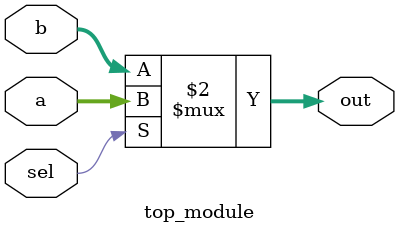
<source format=v>
module top_module (
	input [99:0] a,
	input [99:0] b,
	input sel,
	output [99:0] out
);

	assign out = !sel ? b : a; // Change: negated the selector condition

endmodule

</source>
